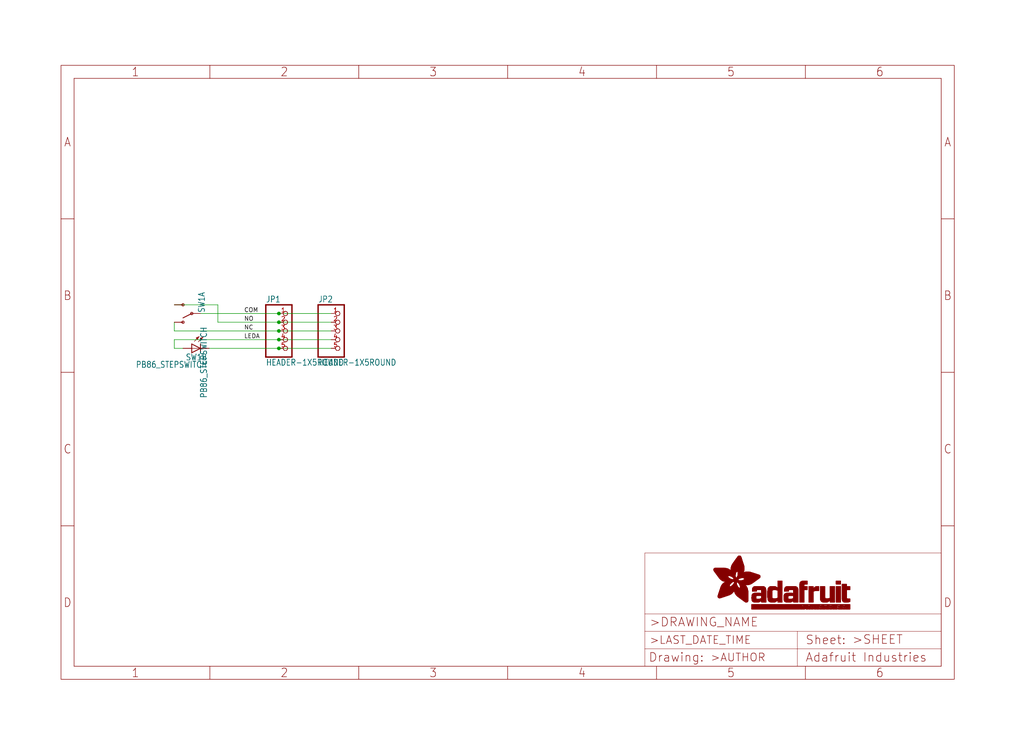
<source format=kicad_sch>
(kicad_sch (version 20211123) (generator eeschema)
  (paper "User" 298.45 217.881)
  (lib_symbols
    (symbol "eagleSchem-eagle-import:FRAME_A4_ADAFRUIT"
      (symbol "FRAME_A4_ADAFRUIT_0_0"
        (text "1" (at 21.6958 1.905 0) (effects (font (size 2.54 2.286))))
        (text "1" (at 21.6958 177.165 0) (effects (font (size 2.54 2.286))))
        (text "2" (at 65.0875 1.905 0) (effects (font (size 2.54 2.286))))
        (text "2" (at 65.0875 177.165 0) (effects (font (size 2.54 2.286))))
        (text "3" (at 108.4792 1.905 0) (effects (font (size 2.54 2.286))))
        (text "3" (at 108.4792 177.165 0) (effects (font (size 2.54 2.286))))
        (text "4" (at 151.8708 1.905 0) (effects (font (size 2.54 2.286))))
        (text "4" (at 151.8708 177.165 0) (effects (font (size 2.54 2.286))))
        (text "5" (at 195.2625 1.905 0) (effects (font (size 2.54 2.286))))
        (text "5" (at 195.2625 177.165 0) (effects (font (size 2.54 2.286))))
        (text "6" (at 238.6542 1.905 0) (effects (font (size 2.54 2.286))))
        (text "6" (at 238.6542 177.165 0) (effects (font (size 2.54 2.286))))
        (text "A" (at 1.905 156.6863 0) (effects (font (size 2.54 2.286))))
        (text "A" (at 258.445 156.6863 0) (effects (font (size 2.54 2.286))))
        (text "B" (at 1.905 111.9188 0) (effects (font (size 2.54 2.286))))
        (text "B" (at 258.445 111.9188 0) (effects (font (size 2.54 2.286))))
        (text "C" (at 1.905 67.1513 0) (effects (font (size 2.54 2.286))))
        (text "C" (at 258.445 67.1513 0) (effects (font (size 2.54 2.286))))
        (text "D" (at 1.905 22.3838 0) (effects (font (size 2.54 2.286))))
        (text "D" (at 258.445 22.3838 0) (effects (font (size 2.54 2.286))))
      )
      (symbol "FRAME_A4_ADAFRUIT_1_0"
        (text ">AUTHOR" (at 189.23 5.08 0) (effects (font (size 2.286 2.286)) (justify left bottom)))
        (text ">DRAWING_NAME" (at 171.45 15.24 0) (effects (font (size 2.54 2.54)) (justify left bottom)))
        (text ">LAST_DATE_TIME" (at 171.45 10.16 0) (effects (font (size 2.286 2.286)) (justify left bottom)))
        (text ">SHEET" (at 230.505 10.16 0) (effects (font (size 2.54 2.54)) (justify left bottom)))
        (text "Adafruit Industries" (at 216.916 4.953 0) (effects (font (size 2.54 2.54)) (justify left bottom)))
        (text "Drawing:" (at 171.196 4.953 0) (effects (font (size 2.54 2.54)) (justify left bottom)))
        (text "Sheet:" (at 216.916 10.033 0) (effects (font (size 2.54 2.54)) (justify left bottom)))
      )
    )
    (symbol "eagleSchem-eagle-import:HEADER-1X5ROUND"
      (property "Reference" "JP" (at -6.35 8.255 0))
      (property "Value" "HEADER-1X5ROUND" (at -6.35 -10.16 0))
      (symbol "HEADER-1X5ROUND_1_0"
        (pin passive inverted (at -2.54 5.08 0) (length 2.54) (name "1") (number "1"))
        (pin passive inverted (at -2.54 2.54 0) (length 2.54) (name "2") (number "2"))
        (pin passive inverted (at -2.54 0 0) (length 2.54) (name "3") (number "3"))
        (pin passive inverted (at -2.54 -2.54 0) (length 2.54) (name "4") (number "4"))
        (pin passive inverted (at -2.54 -5.08 0) (length 2.54) (name "5") (number "5"))
      )
    )
    (symbol "eagleSchem-eagle-import:PB86_STEPSWITCH"
      (property "Reference" "SW" (at 3.556 -4.572 90))
      (property "Value" "PB86_STEPSWITCH" (at 5.715 -4.572 90))
      (symbol "PB86_STEPSWITCH_1_0"
        (pin passive line (at -5.08 0 0) (length 2.54) (name "P") (number "1A"))
        (pin passive line (at -5.08 0 0) (length 2.54) (name "P") (number "1B"))
        (pin passive line (at 2.54 -2.54 180) (length 2.54) (name "S") (number "2"))
        (pin passive line (at 2.54 2.54 180) (length 2.54) (name "O") (number "3"))
      )
      (symbol "PB86_STEPSWITCH_2_0"
        (pin passive line (at 0 2.54 270) (length 2.54) (name "A") (number "LED+"))
        (pin passive line (at 0 -5.08 90) (length 2.54) (name "C") (number "LED-"))
      )
    )
  )
  (junction (at 81.28 91.44))
  (junction (at 81.28 93.98))
  (junction (at 81.28 101.6))
  (junction (at 81.28 96.52))
  (junction (at 81.28 99.06))
  (wire (pts (xy 81.28 99.06) (xy 50.8 99.06)))
  (wire (pts (xy 50.8 99.06) (xy 50.8 101.6)))
  (wire (pts (xy 50.8 96.52) (xy 81.28 96.52)))
  (wire (pts (xy 81.28 91.44) (xy 58.42 91.44)))
  (wire (pts (xy 81.28 93.98) (xy 63.5 93.98)))
  (wire (pts (xy 63.5 88.9) (xy 50.8 88.9)))
  (wire (pts (xy 81.28 96.52) (xy 96.52 96.52)))
  (wire (pts (xy 63.5 93.98) (xy 63.5 88.9)))
  (wire (pts (xy 81.28 101.6) (xy 96.52 101.6)))
  (wire (pts (xy 81.28 91.44) (xy 96.52 91.44)))
  (wire (pts (xy 96.52 99.06) (xy 81.28 99.06)))
  (wire (pts (xy 50.8 93.98) (xy 50.8 96.52)))
  (wire (pts (xy 50.8 101.6) (xy 53.34 101.6)))
  (wire (pts (xy 96.52 93.98) (xy 81.28 93.98)))
  (wire (pts (xy 60.96 101.6) (xy 81.28 101.6)))
  (label "NC" (at 71.12 96.52 0) (effects (font (size 1.2446 1.2446))))
  (label "LEDA" (at 71.12 99.06 0) (effects (font (size 1.2446 1.2446))))
  (label "COM" (at 71.12 91.44 0) (effects (font (size 1.2446 1.2446))))
  (label "NO" (at 71.12 93.98 0) (effects (font (size 1.2446 1.2446))))
  (symbol (lib_id "eagleSchem-eagle-import:HEADER-1X5ROUND") (at 83.82 96.52 0) (unit 1)
    (property "Reference" "JP1" (at 77.47 88.265 0) (effects (font (size 1.778 1.5113)) (justify left bottom)))
    (property "Value" "HEADER-1X5ROUND" (at 77.47 106.68 0) (effects (font (size 1.778 1.5113)) (justify left bottom)))
    (property "Footprint" "eagleSchem:1X05_ROUND" (effects hide))
  )
  (symbol (lib_id "eagleSchem-eagle-import:PB86_STEPSWITCH") (at 55.88 101.6 90) (mirror x) (unit 2)
    (property "Reference" "SW1" (at 60.452 105.156 90) (effects (font (size 1.778 1.5113)) (justify left bottom)))
    (property "Value" "PB86_STEPSWITCH" (at 60.452 107.315 90) (effects (font (size 1.778 1.5113)) (justify left bottom)))
    (property "Footprint" "eagleSchem:PB86" (effects hide))
  )
  (symbol (lib_id "eagleSchem-eagle-import:PB86_STEPSWITCH") (at 53.34 91.44 180) (unit 1)
    (property "Reference" "SW1" (at 57.785 85.09 90) (effects (font (size 1.778 1.5113)) (justify left bottom)))
    (property "Value" "PB86_STEPSWITCH" (at 58.42 95.25 90) (effects (font (size 1.778 1.5113)) (justify left bottom)))
    (property "Footprint" "eagleSchem:PB86" (effects hide))
  )
  (symbol (lib_id "eagleSchem-eagle-import:FRAME_A4_ADAFRUIT") (at 17.78 198.12 0) (unit 1)
    (property "Reference" "#U$28" (effects hide))
    (property "Value" "FRAME_A4_ADAFRUIT" (effects hide))
    (property "Footprint" "eagleSchem:" (effects hide))
  )
  (symbol (lib_id "eagleSchem-eagle-import:HEADER-1X5ROUND") (at 99.06 96.52 0) (unit 1)
    (property "Reference" "JP2" (at 92.71 88.265 0) (effects (font (size 1.778 1.5113)) (justify left bottom)))
    (property "Value" "HEADER-1X5ROUND" (at 92.71 106.68 0) (effects (font (size 1.778 1.5113)) (justify left bottom)))
    (property "Footprint" "eagleSchem:1X05_ROUND" (effects hide))
  )
)
</source>
